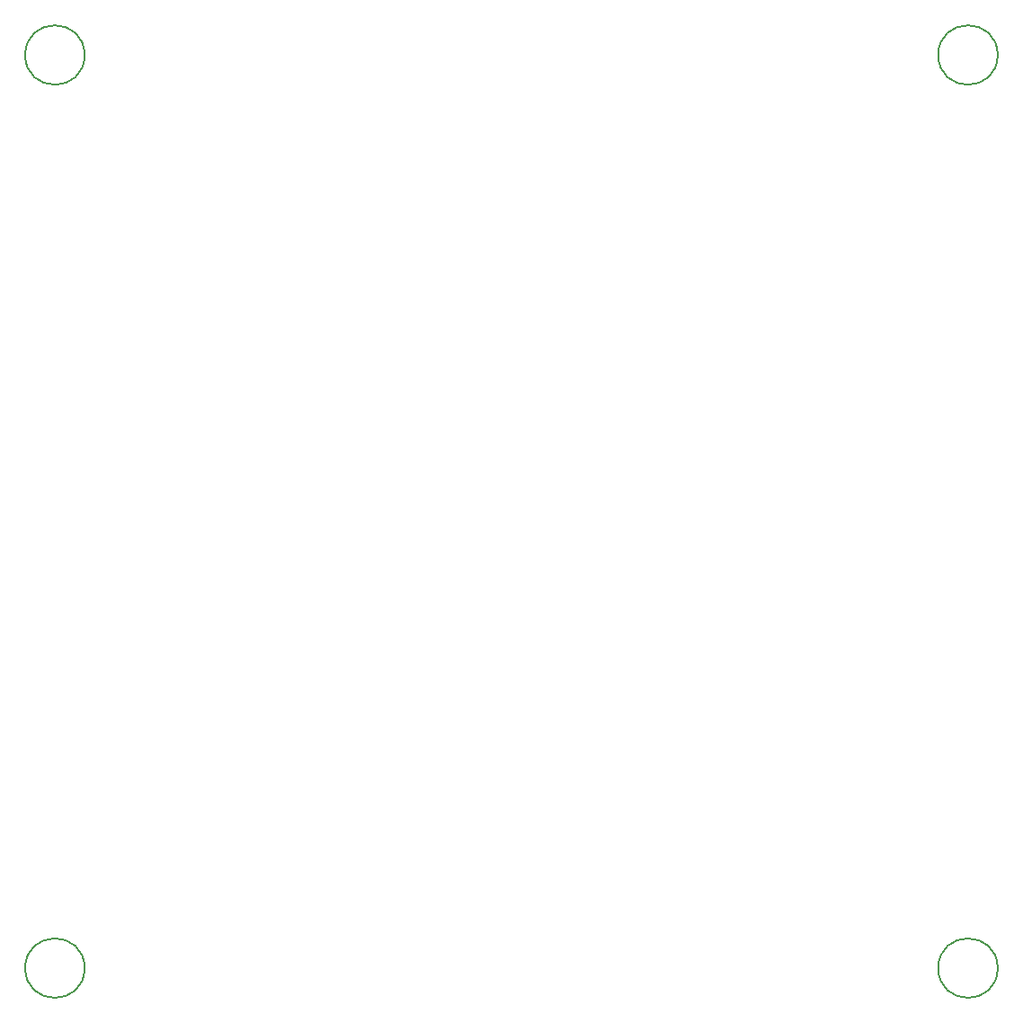
<source format=gbr>
%TF.GenerationSoftware,KiCad,Pcbnew,7.0.7*%
%TF.CreationDate,2023-11-05T15:56:38+00:00*%
%TF.ProjectId,RF_Screen,52465f53-6372-4656-956e-2e6b69636164,rev?*%
%TF.SameCoordinates,Original*%
%TF.FileFunction,Other,Comment*%
%FSLAX46Y46*%
G04 Gerber Fmt 4.6, Leading zero omitted, Abs format (unit mm)*
G04 Created by KiCad (PCBNEW 7.0.7) date 2023-11-05 15:56:38*
%MOMM*%
%LPD*%
G01*
G04 APERTURE LIST*
%ADD10C,0.150000*%
G04 APERTURE END LIST*
D10*
%TO.C,H4*%
X195800000Y-7000000D02*
G75*
G03*
X195800000Y-7000000I-2800000J0D01*
G01*
%TO.C,H3*%
X195800000Y-93000000D02*
G75*
G03*
X195800000Y-93000000I-2800000J0D01*
G01*
%TO.C,H1*%
X109800000Y-7000000D02*
G75*
G03*
X109800000Y-7000000I-2800000J0D01*
G01*
%TO.C,H2*%
X109800000Y-93000000D02*
G75*
G03*
X109800000Y-93000000I-2800000J0D01*
G01*
%TD*%
M02*

</source>
